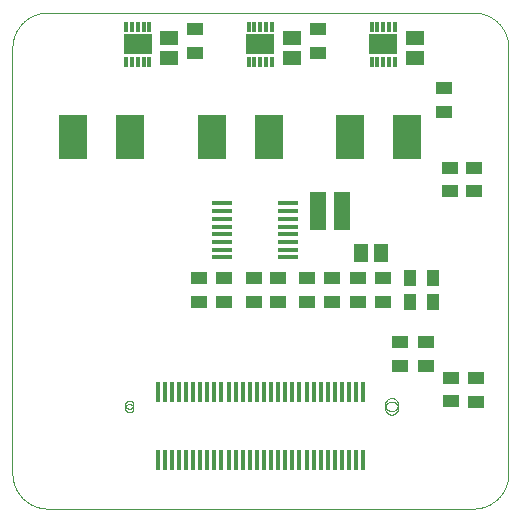
<source format=gbp>
G75*
%MOIN*%
%OFA0B0*%
%FSLAX25Y25*%
%IPPOS*%
%LPD*%
%AMOC8*
5,1,8,0,0,1.08239X$1,22.5*
%
%ADD10C,0.00000*%
%ADD11R,0.05118X0.05906*%
%ADD12R,0.09300X0.15000*%
%ADD13R,0.05700X0.12600*%
%ADD14R,0.01378X0.06693*%
%ADD15R,0.06700X0.01400*%
%ADD16R,0.05512X0.04331*%
%ADD17R,0.04331X0.05512*%
%ADD18R,0.01200X0.03200*%
%ADD19R,0.09400X0.06500*%
%ADD20R,0.05906X0.05118*%
D10*
X0013311Y0018636D02*
X0155043Y0018636D01*
X0155328Y0018639D01*
X0155614Y0018650D01*
X0155899Y0018667D01*
X0156183Y0018691D01*
X0156467Y0018722D01*
X0156750Y0018760D01*
X0157031Y0018805D01*
X0157312Y0018856D01*
X0157592Y0018914D01*
X0157870Y0018979D01*
X0158146Y0019051D01*
X0158420Y0019129D01*
X0158693Y0019214D01*
X0158963Y0019306D01*
X0159231Y0019404D01*
X0159497Y0019508D01*
X0159760Y0019619D01*
X0160020Y0019736D01*
X0160278Y0019859D01*
X0160532Y0019989D01*
X0160783Y0020125D01*
X0161031Y0020266D01*
X0161275Y0020414D01*
X0161516Y0020567D01*
X0161752Y0020727D01*
X0161985Y0020892D01*
X0162214Y0021062D01*
X0162439Y0021238D01*
X0162659Y0021420D01*
X0162875Y0021606D01*
X0163086Y0021798D01*
X0163293Y0021995D01*
X0163495Y0022197D01*
X0163692Y0022404D01*
X0163884Y0022615D01*
X0164070Y0022831D01*
X0164252Y0023051D01*
X0164428Y0023276D01*
X0164598Y0023505D01*
X0164763Y0023738D01*
X0164923Y0023974D01*
X0165076Y0024215D01*
X0165224Y0024459D01*
X0165365Y0024707D01*
X0165501Y0024958D01*
X0165631Y0025212D01*
X0165754Y0025470D01*
X0165871Y0025730D01*
X0165982Y0025993D01*
X0166086Y0026259D01*
X0166184Y0026527D01*
X0166276Y0026797D01*
X0166361Y0027070D01*
X0166439Y0027344D01*
X0166511Y0027620D01*
X0166576Y0027898D01*
X0166634Y0028178D01*
X0166685Y0028459D01*
X0166730Y0028740D01*
X0166768Y0029023D01*
X0166799Y0029307D01*
X0166823Y0029591D01*
X0166840Y0029876D01*
X0166851Y0030162D01*
X0166854Y0030447D01*
X0166854Y0172179D01*
X0166851Y0172464D01*
X0166840Y0172750D01*
X0166823Y0173035D01*
X0166799Y0173319D01*
X0166768Y0173603D01*
X0166730Y0173886D01*
X0166685Y0174167D01*
X0166634Y0174448D01*
X0166576Y0174728D01*
X0166511Y0175006D01*
X0166439Y0175282D01*
X0166361Y0175556D01*
X0166276Y0175829D01*
X0166184Y0176099D01*
X0166086Y0176367D01*
X0165982Y0176633D01*
X0165871Y0176896D01*
X0165754Y0177156D01*
X0165631Y0177414D01*
X0165501Y0177668D01*
X0165365Y0177919D01*
X0165224Y0178167D01*
X0165076Y0178411D01*
X0164923Y0178652D01*
X0164763Y0178888D01*
X0164598Y0179121D01*
X0164428Y0179350D01*
X0164252Y0179575D01*
X0164070Y0179795D01*
X0163884Y0180011D01*
X0163692Y0180222D01*
X0163495Y0180429D01*
X0163293Y0180631D01*
X0163086Y0180828D01*
X0162875Y0181020D01*
X0162659Y0181206D01*
X0162439Y0181388D01*
X0162214Y0181564D01*
X0161985Y0181734D01*
X0161752Y0181899D01*
X0161516Y0182059D01*
X0161275Y0182212D01*
X0161031Y0182360D01*
X0160783Y0182501D01*
X0160532Y0182637D01*
X0160278Y0182767D01*
X0160020Y0182890D01*
X0159760Y0183007D01*
X0159497Y0183118D01*
X0159231Y0183222D01*
X0158963Y0183320D01*
X0158693Y0183412D01*
X0158420Y0183497D01*
X0158146Y0183575D01*
X0157870Y0183647D01*
X0157592Y0183712D01*
X0157312Y0183770D01*
X0157031Y0183821D01*
X0156750Y0183866D01*
X0156467Y0183904D01*
X0156183Y0183935D01*
X0155899Y0183959D01*
X0155614Y0183976D01*
X0155328Y0183987D01*
X0155043Y0183990D01*
X0013311Y0183990D01*
X0013026Y0183987D01*
X0012740Y0183976D01*
X0012455Y0183959D01*
X0012171Y0183935D01*
X0011887Y0183904D01*
X0011604Y0183866D01*
X0011323Y0183821D01*
X0011042Y0183770D01*
X0010762Y0183712D01*
X0010484Y0183647D01*
X0010208Y0183575D01*
X0009934Y0183497D01*
X0009661Y0183412D01*
X0009391Y0183320D01*
X0009123Y0183222D01*
X0008857Y0183118D01*
X0008594Y0183007D01*
X0008334Y0182890D01*
X0008076Y0182767D01*
X0007822Y0182637D01*
X0007571Y0182501D01*
X0007323Y0182360D01*
X0007079Y0182212D01*
X0006838Y0182059D01*
X0006602Y0181899D01*
X0006369Y0181734D01*
X0006140Y0181564D01*
X0005915Y0181388D01*
X0005695Y0181206D01*
X0005479Y0181020D01*
X0005268Y0180828D01*
X0005061Y0180631D01*
X0004859Y0180429D01*
X0004662Y0180222D01*
X0004470Y0180011D01*
X0004284Y0179795D01*
X0004102Y0179575D01*
X0003926Y0179350D01*
X0003756Y0179121D01*
X0003591Y0178888D01*
X0003431Y0178652D01*
X0003278Y0178411D01*
X0003130Y0178167D01*
X0002989Y0177919D01*
X0002853Y0177668D01*
X0002723Y0177414D01*
X0002600Y0177156D01*
X0002483Y0176896D01*
X0002372Y0176633D01*
X0002268Y0176367D01*
X0002170Y0176099D01*
X0002078Y0175829D01*
X0001993Y0175556D01*
X0001915Y0175282D01*
X0001843Y0175006D01*
X0001778Y0174728D01*
X0001720Y0174448D01*
X0001669Y0174167D01*
X0001624Y0173886D01*
X0001586Y0173603D01*
X0001555Y0173319D01*
X0001531Y0173035D01*
X0001514Y0172750D01*
X0001503Y0172464D01*
X0001500Y0172179D01*
X0001500Y0030447D01*
X0001503Y0030162D01*
X0001514Y0029876D01*
X0001531Y0029591D01*
X0001555Y0029307D01*
X0001586Y0029023D01*
X0001624Y0028740D01*
X0001669Y0028459D01*
X0001720Y0028178D01*
X0001778Y0027898D01*
X0001843Y0027620D01*
X0001915Y0027344D01*
X0001993Y0027070D01*
X0002078Y0026797D01*
X0002170Y0026527D01*
X0002268Y0026259D01*
X0002372Y0025993D01*
X0002483Y0025730D01*
X0002600Y0025470D01*
X0002723Y0025212D01*
X0002853Y0024958D01*
X0002989Y0024707D01*
X0003130Y0024459D01*
X0003278Y0024215D01*
X0003431Y0023974D01*
X0003591Y0023738D01*
X0003756Y0023505D01*
X0003926Y0023276D01*
X0004102Y0023051D01*
X0004284Y0022831D01*
X0004470Y0022615D01*
X0004662Y0022404D01*
X0004859Y0022197D01*
X0005061Y0021995D01*
X0005268Y0021798D01*
X0005479Y0021606D01*
X0005695Y0021420D01*
X0005915Y0021238D01*
X0006140Y0021062D01*
X0006369Y0020892D01*
X0006602Y0020727D01*
X0006838Y0020567D01*
X0007079Y0020414D01*
X0007323Y0020266D01*
X0007571Y0020125D01*
X0007822Y0019989D01*
X0008076Y0019859D01*
X0008334Y0019736D01*
X0008594Y0019619D01*
X0008857Y0019508D01*
X0009123Y0019404D01*
X0009391Y0019306D01*
X0009661Y0019214D01*
X0009934Y0019129D01*
X0010208Y0019051D01*
X0010484Y0018979D01*
X0010762Y0018914D01*
X0011042Y0018856D01*
X0011323Y0018805D01*
X0011604Y0018760D01*
X0011887Y0018722D01*
X0012171Y0018691D01*
X0012455Y0018667D01*
X0012740Y0018650D01*
X0013026Y0018639D01*
X0013311Y0018636D01*
X0039098Y0052100D02*
X0039100Y0052174D01*
X0039106Y0052248D01*
X0039116Y0052321D01*
X0039130Y0052394D01*
X0039147Y0052466D01*
X0039169Y0052536D01*
X0039194Y0052606D01*
X0039223Y0052674D01*
X0039256Y0052740D01*
X0039292Y0052805D01*
X0039332Y0052867D01*
X0039374Y0052928D01*
X0039420Y0052986D01*
X0039469Y0053041D01*
X0039521Y0053094D01*
X0039576Y0053144D01*
X0039633Y0053190D01*
X0039693Y0053234D01*
X0039755Y0053274D01*
X0039819Y0053311D01*
X0039885Y0053345D01*
X0039953Y0053375D01*
X0040022Y0053401D01*
X0040093Y0053424D01*
X0040164Y0053442D01*
X0040237Y0053457D01*
X0040310Y0053468D01*
X0040384Y0053475D01*
X0040458Y0053478D01*
X0040531Y0053477D01*
X0040605Y0053472D01*
X0040679Y0053463D01*
X0040752Y0053450D01*
X0040824Y0053433D01*
X0040895Y0053413D01*
X0040965Y0053388D01*
X0041033Y0053360D01*
X0041100Y0053329D01*
X0041165Y0053293D01*
X0041228Y0053255D01*
X0041289Y0053213D01*
X0041348Y0053167D01*
X0041404Y0053119D01*
X0041457Y0053068D01*
X0041507Y0053014D01*
X0041555Y0052957D01*
X0041599Y0052898D01*
X0041641Y0052836D01*
X0041679Y0052773D01*
X0041713Y0052707D01*
X0041744Y0052640D01*
X0041771Y0052571D01*
X0041794Y0052501D01*
X0041814Y0052430D01*
X0041830Y0052357D01*
X0041842Y0052284D01*
X0041850Y0052211D01*
X0041854Y0052137D01*
X0041854Y0052063D01*
X0041850Y0051989D01*
X0041842Y0051916D01*
X0041830Y0051843D01*
X0041814Y0051770D01*
X0041794Y0051699D01*
X0041771Y0051629D01*
X0041744Y0051560D01*
X0041713Y0051493D01*
X0041679Y0051427D01*
X0041641Y0051364D01*
X0041599Y0051302D01*
X0041555Y0051243D01*
X0041507Y0051186D01*
X0041457Y0051132D01*
X0041404Y0051081D01*
X0041348Y0051033D01*
X0041289Y0050987D01*
X0041228Y0050945D01*
X0041165Y0050907D01*
X0041100Y0050871D01*
X0041033Y0050840D01*
X0040965Y0050812D01*
X0040895Y0050787D01*
X0040824Y0050767D01*
X0040752Y0050750D01*
X0040679Y0050737D01*
X0040605Y0050728D01*
X0040531Y0050723D01*
X0040458Y0050722D01*
X0040384Y0050725D01*
X0040310Y0050732D01*
X0040237Y0050743D01*
X0040164Y0050758D01*
X0040093Y0050776D01*
X0040022Y0050799D01*
X0039953Y0050825D01*
X0039885Y0050855D01*
X0039819Y0050889D01*
X0039755Y0050926D01*
X0039693Y0050966D01*
X0039633Y0051010D01*
X0039576Y0051056D01*
X0039521Y0051106D01*
X0039469Y0051159D01*
X0039420Y0051214D01*
X0039374Y0051272D01*
X0039332Y0051333D01*
X0039292Y0051395D01*
X0039256Y0051460D01*
X0039223Y0051526D01*
X0039194Y0051594D01*
X0039169Y0051664D01*
X0039147Y0051734D01*
X0039130Y0051806D01*
X0039116Y0051879D01*
X0039106Y0051952D01*
X0039100Y0052026D01*
X0039098Y0052100D01*
X0039098Y0053281D02*
X0039100Y0053355D01*
X0039106Y0053429D01*
X0039116Y0053502D01*
X0039130Y0053575D01*
X0039147Y0053647D01*
X0039169Y0053717D01*
X0039194Y0053787D01*
X0039223Y0053855D01*
X0039256Y0053921D01*
X0039292Y0053986D01*
X0039332Y0054048D01*
X0039374Y0054109D01*
X0039420Y0054167D01*
X0039469Y0054222D01*
X0039521Y0054275D01*
X0039576Y0054325D01*
X0039633Y0054371D01*
X0039693Y0054415D01*
X0039755Y0054455D01*
X0039819Y0054492D01*
X0039885Y0054526D01*
X0039953Y0054556D01*
X0040022Y0054582D01*
X0040093Y0054605D01*
X0040164Y0054623D01*
X0040237Y0054638D01*
X0040310Y0054649D01*
X0040384Y0054656D01*
X0040458Y0054659D01*
X0040531Y0054658D01*
X0040605Y0054653D01*
X0040679Y0054644D01*
X0040752Y0054631D01*
X0040824Y0054614D01*
X0040895Y0054594D01*
X0040965Y0054569D01*
X0041033Y0054541D01*
X0041100Y0054510D01*
X0041165Y0054474D01*
X0041228Y0054436D01*
X0041289Y0054394D01*
X0041348Y0054348D01*
X0041404Y0054300D01*
X0041457Y0054249D01*
X0041507Y0054195D01*
X0041555Y0054138D01*
X0041599Y0054079D01*
X0041641Y0054017D01*
X0041679Y0053954D01*
X0041713Y0053888D01*
X0041744Y0053821D01*
X0041771Y0053752D01*
X0041794Y0053682D01*
X0041814Y0053611D01*
X0041830Y0053538D01*
X0041842Y0053465D01*
X0041850Y0053392D01*
X0041854Y0053318D01*
X0041854Y0053244D01*
X0041850Y0053170D01*
X0041842Y0053097D01*
X0041830Y0053024D01*
X0041814Y0052951D01*
X0041794Y0052880D01*
X0041771Y0052810D01*
X0041744Y0052741D01*
X0041713Y0052674D01*
X0041679Y0052608D01*
X0041641Y0052545D01*
X0041599Y0052483D01*
X0041555Y0052424D01*
X0041507Y0052367D01*
X0041457Y0052313D01*
X0041404Y0052262D01*
X0041348Y0052214D01*
X0041289Y0052168D01*
X0041228Y0052126D01*
X0041165Y0052088D01*
X0041100Y0052052D01*
X0041033Y0052021D01*
X0040965Y0051993D01*
X0040895Y0051968D01*
X0040824Y0051948D01*
X0040752Y0051931D01*
X0040679Y0051918D01*
X0040605Y0051909D01*
X0040531Y0051904D01*
X0040458Y0051903D01*
X0040384Y0051906D01*
X0040310Y0051913D01*
X0040237Y0051924D01*
X0040164Y0051939D01*
X0040093Y0051957D01*
X0040022Y0051980D01*
X0039953Y0052006D01*
X0039885Y0052036D01*
X0039819Y0052070D01*
X0039755Y0052107D01*
X0039693Y0052147D01*
X0039633Y0052191D01*
X0039576Y0052237D01*
X0039521Y0052287D01*
X0039469Y0052340D01*
X0039420Y0052395D01*
X0039374Y0052453D01*
X0039332Y0052514D01*
X0039292Y0052576D01*
X0039256Y0052641D01*
X0039223Y0052707D01*
X0039194Y0052775D01*
X0039169Y0052845D01*
X0039147Y0052915D01*
X0039130Y0052987D01*
X0039116Y0053060D01*
X0039106Y0053133D01*
X0039100Y0053207D01*
X0039098Y0053281D01*
X0125713Y0053281D02*
X0125715Y0053374D01*
X0125721Y0053466D01*
X0125731Y0053558D01*
X0125745Y0053649D01*
X0125762Y0053740D01*
X0125784Y0053830D01*
X0125809Y0053919D01*
X0125838Y0054007D01*
X0125871Y0054093D01*
X0125908Y0054178D01*
X0125948Y0054262D01*
X0125992Y0054343D01*
X0126039Y0054423D01*
X0126089Y0054501D01*
X0126143Y0054576D01*
X0126200Y0054649D01*
X0126260Y0054719D01*
X0126323Y0054787D01*
X0126389Y0054852D01*
X0126457Y0054914D01*
X0126528Y0054974D01*
X0126602Y0055030D01*
X0126678Y0055083D01*
X0126756Y0055132D01*
X0126836Y0055179D01*
X0126918Y0055221D01*
X0127002Y0055261D01*
X0127087Y0055296D01*
X0127174Y0055328D01*
X0127262Y0055357D01*
X0127351Y0055381D01*
X0127441Y0055402D01*
X0127532Y0055418D01*
X0127624Y0055431D01*
X0127716Y0055440D01*
X0127809Y0055445D01*
X0127901Y0055446D01*
X0127994Y0055443D01*
X0128086Y0055436D01*
X0128178Y0055425D01*
X0128269Y0055410D01*
X0128360Y0055392D01*
X0128450Y0055369D01*
X0128538Y0055343D01*
X0128626Y0055313D01*
X0128712Y0055279D01*
X0128796Y0055242D01*
X0128879Y0055200D01*
X0128960Y0055156D01*
X0129040Y0055108D01*
X0129117Y0055057D01*
X0129191Y0055002D01*
X0129264Y0054944D01*
X0129334Y0054884D01*
X0129401Y0054820D01*
X0129465Y0054754D01*
X0129527Y0054684D01*
X0129585Y0054613D01*
X0129640Y0054539D01*
X0129692Y0054462D01*
X0129741Y0054383D01*
X0129787Y0054303D01*
X0129829Y0054220D01*
X0129867Y0054136D01*
X0129902Y0054050D01*
X0129933Y0053963D01*
X0129960Y0053875D01*
X0129983Y0053785D01*
X0130003Y0053695D01*
X0130019Y0053604D01*
X0130031Y0053512D01*
X0130039Y0053420D01*
X0130043Y0053327D01*
X0130043Y0053235D01*
X0130039Y0053142D01*
X0130031Y0053050D01*
X0130019Y0052958D01*
X0130003Y0052867D01*
X0129983Y0052777D01*
X0129960Y0052687D01*
X0129933Y0052599D01*
X0129902Y0052512D01*
X0129867Y0052426D01*
X0129829Y0052342D01*
X0129787Y0052259D01*
X0129741Y0052179D01*
X0129692Y0052100D01*
X0129640Y0052023D01*
X0129585Y0051949D01*
X0129527Y0051878D01*
X0129465Y0051808D01*
X0129401Y0051742D01*
X0129334Y0051678D01*
X0129264Y0051618D01*
X0129191Y0051560D01*
X0129117Y0051505D01*
X0129040Y0051454D01*
X0128961Y0051406D01*
X0128879Y0051362D01*
X0128796Y0051320D01*
X0128712Y0051283D01*
X0128626Y0051249D01*
X0128538Y0051219D01*
X0128450Y0051193D01*
X0128360Y0051170D01*
X0128269Y0051152D01*
X0128178Y0051137D01*
X0128086Y0051126D01*
X0127994Y0051119D01*
X0127901Y0051116D01*
X0127809Y0051117D01*
X0127716Y0051122D01*
X0127624Y0051131D01*
X0127532Y0051144D01*
X0127441Y0051160D01*
X0127351Y0051181D01*
X0127262Y0051205D01*
X0127174Y0051234D01*
X0127087Y0051266D01*
X0127002Y0051301D01*
X0126918Y0051341D01*
X0126836Y0051383D01*
X0126756Y0051430D01*
X0126678Y0051479D01*
X0126602Y0051532D01*
X0126528Y0051588D01*
X0126457Y0051648D01*
X0126389Y0051710D01*
X0126323Y0051775D01*
X0126260Y0051843D01*
X0126200Y0051913D01*
X0126143Y0051986D01*
X0126089Y0052061D01*
X0126039Y0052139D01*
X0125992Y0052219D01*
X0125948Y0052300D01*
X0125908Y0052384D01*
X0125871Y0052469D01*
X0125838Y0052555D01*
X0125809Y0052643D01*
X0125784Y0052732D01*
X0125762Y0052822D01*
X0125745Y0052913D01*
X0125731Y0053004D01*
X0125721Y0053096D01*
X0125715Y0053188D01*
X0125713Y0053281D01*
X0125713Y0052100D02*
X0125715Y0052193D01*
X0125721Y0052285D01*
X0125731Y0052377D01*
X0125745Y0052468D01*
X0125762Y0052559D01*
X0125784Y0052649D01*
X0125809Y0052738D01*
X0125838Y0052826D01*
X0125871Y0052912D01*
X0125908Y0052997D01*
X0125948Y0053081D01*
X0125992Y0053162D01*
X0126039Y0053242D01*
X0126089Y0053320D01*
X0126143Y0053395D01*
X0126200Y0053468D01*
X0126260Y0053538D01*
X0126323Y0053606D01*
X0126389Y0053671D01*
X0126457Y0053733D01*
X0126528Y0053793D01*
X0126602Y0053849D01*
X0126678Y0053902D01*
X0126756Y0053951D01*
X0126836Y0053998D01*
X0126918Y0054040D01*
X0127002Y0054080D01*
X0127087Y0054115D01*
X0127174Y0054147D01*
X0127262Y0054176D01*
X0127351Y0054200D01*
X0127441Y0054221D01*
X0127532Y0054237D01*
X0127624Y0054250D01*
X0127716Y0054259D01*
X0127809Y0054264D01*
X0127901Y0054265D01*
X0127994Y0054262D01*
X0128086Y0054255D01*
X0128178Y0054244D01*
X0128269Y0054229D01*
X0128360Y0054211D01*
X0128450Y0054188D01*
X0128538Y0054162D01*
X0128626Y0054132D01*
X0128712Y0054098D01*
X0128796Y0054061D01*
X0128879Y0054019D01*
X0128960Y0053975D01*
X0129040Y0053927D01*
X0129117Y0053876D01*
X0129191Y0053821D01*
X0129264Y0053763D01*
X0129334Y0053703D01*
X0129401Y0053639D01*
X0129465Y0053573D01*
X0129527Y0053503D01*
X0129585Y0053432D01*
X0129640Y0053358D01*
X0129692Y0053281D01*
X0129741Y0053202D01*
X0129787Y0053122D01*
X0129829Y0053039D01*
X0129867Y0052955D01*
X0129902Y0052869D01*
X0129933Y0052782D01*
X0129960Y0052694D01*
X0129983Y0052604D01*
X0130003Y0052514D01*
X0130019Y0052423D01*
X0130031Y0052331D01*
X0130039Y0052239D01*
X0130043Y0052146D01*
X0130043Y0052054D01*
X0130039Y0051961D01*
X0130031Y0051869D01*
X0130019Y0051777D01*
X0130003Y0051686D01*
X0129983Y0051596D01*
X0129960Y0051506D01*
X0129933Y0051418D01*
X0129902Y0051331D01*
X0129867Y0051245D01*
X0129829Y0051161D01*
X0129787Y0051078D01*
X0129741Y0050998D01*
X0129692Y0050919D01*
X0129640Y0050842D01*
X0129585Y0050768D01*
X0129527Y0050697D01*
X0129465Y0050627D01*
X0129401Y0050561D01*
X0129334Y0050497D01*
X0129264Y0050437D01*
X0129191Y0050379D01*
X0129117Y0050324D01*
X0129040Y0050273D01*
X0128961Y0050225D01*
X0128879Y0050181D01*
X0128796Y0050139D01*
X0128712Y0050102D01*
X0128626Y0050068D01*
X0128538Y0050038D01*
X0128450Y0050012D01*
X0128360Y0049989D01*
X0128269Y0049971D01*
X0128178Y0049956D01*
X0128086Y0049945D01*
X0127994Y0049938D01*
X0127901Y0049935D01*
X0127809Y0049936D01*
X0127716Y0049941D01*
X0127624Y0049950D01*
X0127532Y0049963D01*
X0127441Y0049979D01*
X0127351Y0050000D01*
X0127262Y0050024D01*
X0127174Y0050053D01*
X0127087Y0050085D01*
X0127002Y0050120D01*
X0126918Y0050160D01*
X0126836Y0050202D01*
X0126756Y0050249D01*
X0126678Y0050298D01*
X0126602Y0050351D01*
X0126528Y0050407D01*
X0126457Y0050467D01*
X0126389Y0050529D01*
X0126323Y0050594D01*
X0126260Y0050662D01*
X0126200Y0050732D01*
X0126143Y0050805D01*
X0126089Y0050880D01*
X0126039Y0050958D01*
X0125992Y0051038D01*
X0125948Y0051119D01*
X0125908Y0051203D01*
X0125871Y0051288D01*
X0125838Y0051374D01*
X0125809Y0051462D01*
X0125784Y0051551D01*
X0125762Y0051641D01*
X0125745Y0051732D01*
X0125731Y0051823D01*
X0125721Y0051915D01*
X0125715Y0052007D01*
X0125713Y0052100D01*
D11*
X0124335Y0103872D03*
X0117642Y0103872D03*
D12*
X0114047Y0142455D03*
X0133047Y0142455D03*
X0086984Y0142455D03*
X0067984Y0142455D03*
X0040724Y0142455D03*
X0021724Y0142455D03*
D13*
X0103209Y0117848D03*
X0111209Y0117848D03*
D14*
X0111343Y0057415D03*
X0113705Y0057415D03*
X0116067Y0057415D03*
X0118429Y0057415D03*
X0108980Y0057415D03*
X0106618Y0057415D03*
X0104256Y0057415D03*
X0101894Y0057415D03*
X0099531Y0057415D03*
X0097169Y0057415D03*
X0094807Y0057415D03*
X0092445Y0057415D03*
X0090083Y0057415D03*
X0087720Y0057415D03*
X0085358Y0057415D03*
X0082996Y0057415D03*
X0080634Y0057415D03*
X0078272Y0057415D03*
X0075909Y0057415D03*
X0073547Y0057415D03*
X0071185Y0057415D03*
X0068823Y0057415D03*
X0066461Y0057415D03*
X0064098Y0057415D03*
X0061736Y0057415D03*
X0059374Y0057415D03*
X0057012Y0057415D03*
X0054650Y0057415D03*
X0052287Y0057415D03*
X0049925Y0057415D03*
X0049925Y0034974D03*
X0052287Y0034974D03*
X0054650Y0034974D03*
X0057012Y0034974D03*
X0059374Y0034974D03*
X0061736Y0034974D03*
X0064098Y0034974D03*
X0066461Y0034974D03*
X0068823Y0034974D03*
X0071185Y0034974D03*
X0073547Y0034974D03*
X0075909Y0034974D03*
X0078272Y0034974D03*
X0080634Y0034974D03*
X0082996Y0034974D03*
X0085358Y0034974D03*
X0087720Y0034974D03*
X0090083Y0034974D03*
X0092445Y0034974D03*
X0094807Y0034974D03*
X0097169Y0034974D03*
X0099531Y0034974D03*
X0101894Y0034974D03*
X0104256Y0034974D03*
X0106618Y0034974D03*
X0108980Y0034974D03*
X0111343Y0034974D03*
X0113705Y0034974D03*
X0116067Y0034974D03*
X0118429Y0034974D03*
D15*
X0093406Y0102352D03*
X0093406Y0104952D03*
X0093406Y0107552D03*
X0093406Y0110052D03*
X0093406Y0112652D03*
X0093406Y0115152D03*
X0093406Y0117752D03*
X0093406Y0120352D03*
X0071406Y0120352D03*
X0071406Y0117752D03*
X0071406Y0115152D03*
X0071406Y0112652D03*
X0071406Y0110052D03*
X0071406Y0107552D03*
X0071406Y0104952D03*
X0071406Y0102352D03*
D16*
X0072169Y0095407D03*
X0072169Y0087533D03*
X0063606Y0087533D03*
X0063606Y0095407D03*
X0081913Y0095407D03*
X0081913Y0087533D03*
X0090181Y0087533D03*
X0090181Y0095407D03*
X0099531Y0095407D03*
X0099531Y0087533D03*
X0107996Y0087533D03*
X0107996Y0095407D03*
X0116559Y0095407D03*
X0116559Y0087533D03*
X0124925Y0087533D03*
X0124925Y0095407D03*
X0130831Y0074148D03*
X0130831Y0066274D03*
X0139295Y0066274D03*
X0139295Y0074148D03*
X0147661Y0062238D03*
X0147661Y0054364D03*
X0156126Y0054266D03*
X0156126Y0062140D03*
X0155339Y0124344D03*
X0155339Y0132219D03*
X0147268Y0132219D03*
X0147268Y0124344D03*
X0145299Y0150821D03*
X0145299Y0158695D03*
X0103469Y0170604D03*
X0103469Y0178478D03*
X0062524Y0178478D03*
X0062524Y0170604D03*
D17*
X0133980Y0095506D03*
X0133882Y0087337D03*
X0141756Y0087337D03*
X0141854Y0095506D03*
D18*
X0129022Y0167660D03*
X0127122Y0167660D03*
X0125122Y0167660D03*
X0123122Y0167660D03*
X0121222Y0167660D03*
X0121222Y0179060D03*
X0123122Y0179060D03*
X0125122Y0179060D03*
X0127122Y0179060D03*
X0129022Y0179060D03*
X0088077Y0179060D03*
X0086177Y0179060D03*
X0084177Y0179060D03*
X0082177Y0179060D03*
X0080277Y0179060D03*
X0080277Y0167660D03*
X0082177Y0167660D03*
X0084177Y0167660D03*
X0086177Y0167660D03*
X0088077Y0167660D03*
X0047132Y0167660D03*
X0045232Y0167660D03*
X0043232Y0167660D03*
X0041232Y0167660D03*
X0039332Y0167660D03*
X0039332Y0179060D03*
X0041232Y0179060D03*
X0043232Y0179060D03*
X0045232Y0179060D03*
X0047132Y0179060D03*
D19*
X0043232Y0173360D03*
X0084177Y0173360D03*
X0125122Y0173360D03*
D20*
X0135752Y0175526D03*
X0135752Y0168833D03*
X0094807Y0168833D03*
X0094807Y0175526D03*
X0053862Y0175526D03*
X0053862Y0168833D03*
M02*

</source>
